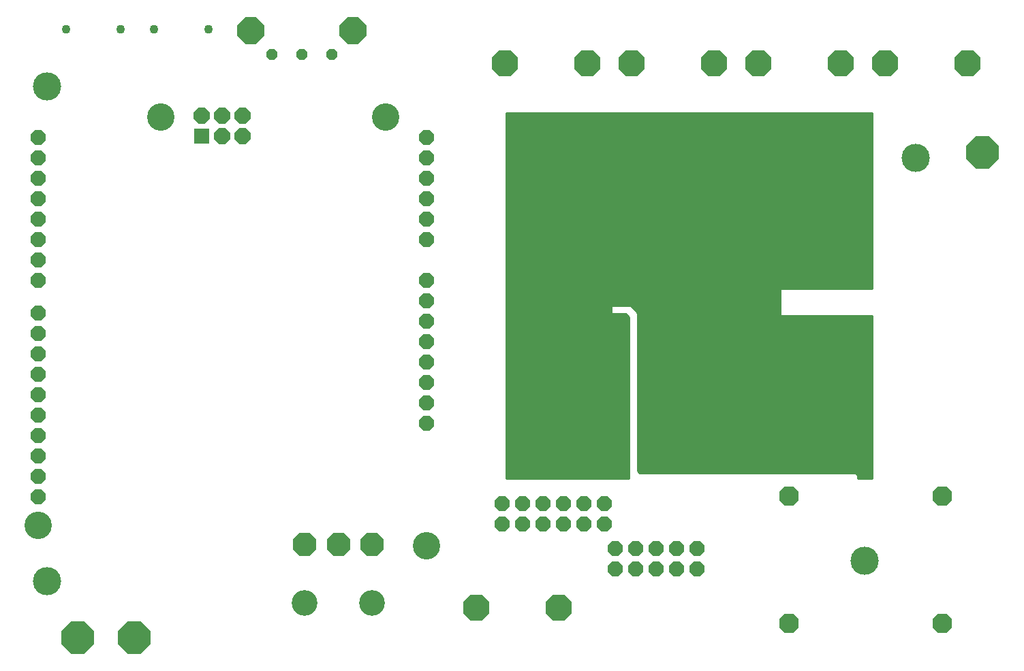
<source format=gbs>
G75*
G70*
%OFA0B0*%
%FSLAX24Y24*%
%IPPOS*%
%LPD*%
%AMOC8*
5,1,8,0,0,1.08239X$1,22.5*
%
%ADD10C,0.0100*%
%ADD11C,0.1380*%
%ADD12OC8,0.0740*%
%ADD13OC8,0.0780*%
%ADD14R,0.0780X0.0780*%
%ADD15C,0.1340*%
%ADD16C,0.0434*%
%ADD17OC8,0.1290*%
%ADD18C,0.1260*%
%ADD19OC8,0.1145*%
%ADD20OC8,0.0552*%
%ADD21OC8,0.1310*%
%ADD22OC8,0.0966*%
%ADD23OC8,0.1582*%
D10*
X030443Y009300D02*
X036443Y009300D01*
X036443Y017200D01*
X036293Y017350D01*
X035593Y017350D01*
X035593Y017750D01*
X036543Y017750D01*
X036893Y017400D01*
X036893Y009650D01*
X036993Y009550D01*
X047543Y009550D01*
X047643Y009450D01*
X047643Y009300D01*
X048343Y009300D01*
X048343Y017250D01*
X043843Y017250D01*
X043843Y018600D01*
X048343Y018600D01*
X048343Y027200D01*
X030443Y027200D01*
X030443Y009300D01*
X030443Y009365D02*
X036443Y009365D01*
X036443Y009464D02*
X030443Y009464D01*
X030443Y009562D02*
X036443Y009562D01*
X036443Y009661D02*
X030443Y009661D01*
X030443Y009759D02*
X036443Y009759D01*
X036443Y009858D02*
X030443Y009858D01*
X030443Y009956D02*
X036443Y009956D01*
X036443Y010055D02*
X030443Y010055D01*
X030443Y010153D02*
X036443Y010153D01*
X036443Y010252D02*
X030443Y010252D01*
X030443Y010350D02*
X036443Y010350D01*
X036443Y010449D02*
X030443Y010449D01*
X030443Y010547D02*
X036443Y010547D01*
X036443Y010646D02*
X030443Y010646D01*
X030443Y010744D02*
X036443Y010744D01*
X036443Y010843D02*
X030443Y010843D01*
X030443Y010941D02*
X036443Y010941D01*
X036443Y011040D02*
X030443Y011040D01*
X030443Y011138D02*
X036443Y011138D01*
X036443Y011237D02*
X030443Y011237D01*
X030443Y011335D02*
X036443Y011335D01*
X036443Y011434D02*
X030443Y011434D01*
X030443Y011532D02*
X036443Y011532D01*
X036443Y011631D02*
X030443Y011631D01*
X030443Y011729D02*
X036443Y011729D01*
X036443Y011828D02*
X030443Y011828D01*
X030443Y011926D02*
X036443Y011926D01*
X036443Y012025D02*
X030443Y012025D01*
X030443Y012123D02*
X036443Y012123D01*
X036443Y012222D02*
X030443Y012222D01*
X030443Y012320D02*
X036443Y012320D01*
X036443Y012419D02*
X030443Y012419D01*
X030443Y012517D02*
X036443Y012517D01*
X036443Y012616D02*
X030443Y012616D01*
X030443Y012714D02*
X036443Y012714D01*
X036443Y012813D02*
X030443Y012813D01*
X030443Y012911D02*
X036443Y012911D01*
X036443Y013010D02*
X030443Y013010D01*
X030443Y013108D02*
X036443Y013108D01*
X036443Y013207D02*
X030443Y013207D01*
X030443Y013305D02*
X036443Y013305D01*
X036443Y013404D02*
X030443Y013404D01*
X030443Y013502D02*
X036443Y013502D01*
X036443Y013601D02*
X030443Y013601D01*
X030443Y013699D02*
X036443Y013699D01*
X036443Y013798D02*
X030443Y013798D01*
X030443Y013896D02*
X036443Y013896D01*
X036443Y013995D02*
X030443Y013995D01*
X030443Y014093D02*
X036443Y014093D01*
X036443Y014192D02*
X030443Y014192D01*
X030443Y014290D02*
X036443Y014290D01*
X036443Y014389D02*
X030443Y014389D01*
X030443Y014487D02*
X036443Y014487D01*
X036443Y014586D02*
X030443Y014586D01*
X030443Y014684D02*
X036443Y014684D01*
X036443Y014783D02*
X030443Y014783D01*
X030443Y014881D02*
X036443Y014881D01*
X036443Y014980D02*
X030443Y014980D01*
X030443Y015078D02*
X036443Y015078D01*
X036443Y015177D02*
X030443Y015177D01*
X030443Y015275D02*
X036443Y015275D01*
X036443Y015374D02*
X030443Y015374D01*
X030443Y015472D02*
X036443Y015472D01*
X036443Y015571D02*
X030443Y015571D01*
X030443Y015669D02*
X036443Y015669D01*
X036443Y015768D02*
X030443Y015768D01*
X030443Y015866D02*
X036443Y015866D01*
X036443Y015965D02*
X030443Y015965D01*
X030443Y016063D02*
X036443Y016063D01*
X036443Y016162D02*
X030443Y016162D01*
X030443Y016260D02*
X036443Y016260D01*
X036443Y016359D02*
X030443Y016359D01*
X030443Y016457D02*
X036443Y016457D01*
X036443Y016556D02*
X030443Y016556D01*
X030443Y016654D02*
X036443Y016654D01*
X036443Y016753D02*
X030443Y016753D01*
X030443Y016851D02*
X036443Y016851D01*
X036443Y016950D02*
X030443Y016950D01*
X030443Y017048D02*
X036443Y017048D01*
X036443Y017147D02*
X030443Y017147D01*
X030443Y017245D02*
X036398Y017245D01*
X036300Y017344D02*
X030443Y017344D01*
X030443Y017442D02*
X035593Y017442D01*
X035593Y017541D02*
X030443Y017541D01*
X030443Y017639D02*
X035593Y017639D01*
X035593Y017738D02*
X030443Y017738D01*
X030443Y017836D02*
X043843Y017836D01*
X043843Y017738D02*
X036556Y017738D01*
X036654Y017639D02*
X043843Y017639D01*
X043843Y017541D02*
X036753Y017541D01*
X036851Y017442D02*
X043843Y017442D01*
X043843Y017344D02*
X036893Y017344D01*
X036893Y017245D02*
X048343Y017245D01*
X048343Y017147D02*
X036893Y017147D01*
X036893Y017048D02*
X048343Y017048D01*
X048343Y016950D02*
X036893Y016950D01*
X036893Y016851D02*
X048343Y016851D01*
X048343Y016753D02*
X036893Y016753D01*
X036893Y016654D02*
X048343Y016654D01*
X048343Y016556D02*
X036893Y016556D01*
X036893Y016457D02*
X048343Y016457D01*
X048343Y016359D02*
X036893Y016359D01*
X036893Y016260D02*
X048343Y016260D01*
X048343Y016162D02*
X036893Y016162D01*
X036893Y016063D02*
X048343Y016063D01*
X048343Y015965D02*
X036893Y015965D01*
X036893Y015866D02*
X048343Y015866D01*
X048343Y015768D02*
X036893Y015768D01*
X036893Y015669D02*
X048343Y015669D01*
X048343Y015571D02*
X036893Y015571D01*
X036893Y015472D02*
X048343Y015472D01*
X048343Y015374D02*
X036893Y015374D01*
X036893Y015275D02*
X048343Y015275D01*
X048343Y015177D02*
X036893Y015177D01*
X036893Y015078D02*
X048343Y015078D01*
X048343Y014980D02*
X036893Y014980D01*
X036893Y014881D02*
X048343Y014881D01*
X048343Y014783D02*
X036893Y014783D01*
X036893Y014684D02*
X048343Y014684D01*
X048343Y014586D02*
X036893Y014586D01*
X036893Y014487D02*
X048343Y014487D01*
X048343Y014389D02*
X036893Y014389D01*
X036893Y014290D02*
X048343Y014290D01*
X048343Y014192D02*
X036893Y014192D01*
X036893Y014093D02*
X048343Y014093D01*
X048343Y013995D02*
X036893Y013995D01*
X036893Y013896D02*
X048343Y013896D01*
X048343Y013798D02*
X036893Y013798D01*
X036893Y013699D02*
X048343Y013699D01*
X048343Y013601D02*
X036893Y013601D01*
X036893Y013502D02*
X048343Y013502D01*
X048343Y013404D02*
X036893Y013404D01*
X036893Y013305D02*
X048343Y013305D01*
X048343Y013207D02*
X036893Y013207D01*
X036893Y013108D02*
X048343Y013108D01*
X048343Y013010D02*
X036893Y013010D01*
X036893Y012911D02*
X048343Y012911D01*
X048343Y012813D02*
X036893Y012813D01*
X036893Y012714D02*
X048343Y012714D01*
X048343Y012616D02*
X036893Y012616D01*
X036893Y012517D02*
X048343Y012517D01*
X048343Y012419D02*
X036893Y012419D01*
X036893Y012320D02*
X048343Y012320D01*
X048343Y012222D02*
X036893Y012222D01*
X036893Y012123D02*
X048343Y012123D01*
X048343Y012025D02*
X036893Y012025D01*
X036893Y011926D02*
X048343Y011926D01*
X048343Y011828D02*
X036893Y011828D01*
X036893Y011729D02*
X048343Y011729D01*
X048343Y011631D02*
X036893Y011631D01*
X036893Y011532D02*
X048343Y011532D01*
X048343Y011434D02*
X036893Y011434D01*
X036893Y011335D02*
X048343Y011335D01*
X048343Y011237D02*
X036893Y011237D01*
X036893Y011138D02*
X048343Y011138D01*
X048343Y011040D02*
X036893Y011040D01*
X036893Y010941D02*
X048343Y010941D01*
X048343Y010843D02*
X036893Y010843D01*
X036893Y010744D02*
X048343Y010744D01*
X048343Y010646D02*
X036893Y010646D01*
X036893Y010547D02*
X048343Y010547D01*
X048343Y010449D02*
X036893Y010449D01*
X036893Y010350D02*
X048343Y010350D01*
X048343Y010252D02*
X036893Y010252D01*
X036893Y010153D02*
X048343Y010153D01*
X048343Y010055D02*
X036893Y010055D01*
X036893Y009956D02*
X048343Y009956D01*
X048343Y009858D02*
X036893Y009858D01*
X036893Y009759D02*
X048343Y009759D01*
X048343Y009661D02*
X036893Y009661D01*
X036981Y009562D02*
X048343Y009562D01*
X048343Y009464D02*
X047630Y009464D01*
X047643Y009365D02*
X048343Y009365D01*
X043843Y017935D02*
X030443Y017935D01*
X030443Y018033D02*
X043843Y018033D01*
X043843Y018132D02*
X030443Y018132D01*
X030443Y018230D02*
X043843Y018230D01*
X043843Y018329D02*
X030443Y018329D01*
X030443Y018427D02*
X043843Y018427D01*
X043843Y018526D02*
X030443Y018526D01*
X030443Y018624D02*
X048343Y018624D01*
X048343Y018723D02*
X030443Y018723D01*
X030443Y018821D02*
X048343Y018821D01*
X048343Y018920D02*
X030443Y018920D01*
X030443Y019018D02*
X048343Y019018D01*
X048343Y019117D02*
X030443Y019117D01*
X030443Y019215D02*
X048343Y019215D01*
X048343Y019314D02*
X030443Y019314D01*
X030443Y019412D02*
X048343Y019412D01*
X048343Y019511D02*
X030443Y019511D01*
X030443Y019609D02*
X048343Y019609D01*
X048343Y019708D02*
X030443Y019708D01*
X030443Y019806D02*
X048343Y019806D01*
X048343Y019905D02*
X030443Y019905D01*
X030443Y020003D02*
X048343Y020003D01*
X048343Y020102D02*
X030443Y020102D01*
X030443Y020200D02*
X048343Y020200D01*
X048343Y020299D02*
X030443Y020299D01*
X030443Y020397D02*
X048343Y020397D01*
X048343Y020496D02*
X030443Y020496D01*
X030443Y020594D02*
X048343Y020594D01*
X048343Y020693D02*
X030443Y020693D01*
X030443Y020791D02*
X048343Y020791D01*
X048343Y020890D02*
X030443Y020890D01*
X030443Y020988D02*
X048343Y020988D01*
X048343Y021087D02*
X030443Y021087D01*
X030443Y021185D02*
X048343Y021185D01*
X048343Y021284D02*
X030443Y021284D01*
X030443Y021382D02*
X048343Y021382D01*
X048343Y021481D02*
X030443Y021481D01*
X030443Y021579D02*
X048343Y021579D01*
X048343Y021678D02*
X030443Y021678D01*
X030443Y021776D02*
X048343Y021776D01*
X048343Y021875D02*
X030443Y021875D01*
X030443Y021973D02*
X048343Y021973D01*
X048343Y022072D02*
X030443Y022072D01*
X030443Y022170D02*
X048343Y022170D01*
X048343Y022269D02*
X030443Y022269D01*
X030443Y022367D02*
X048343Y022367D01*
X048343Y022466D02*
X030443Y022466D01*
X030443Y022564D02*
X048343Y022564D01*
X048343Y022663D02*
X030443Y022663D01*
X030443Y022761D02*
X048343Y022761D01*
X048343Y022860D02*
X030443Y022860D01*
X030443Y022958D02*
X048343Y022958D01*
X048343Y023057D02*
X030443Y023057D01*
X030443Y023155D02*
X048343Y023155D01*
X048343Y023254D02*
X030443Y023254D01*
X030443Y023352D02*
X048343Y023352D01*
X048343Y023451D02*
X030443Y023451D01*
X030443Y023549D02*
X048343Y023549D01*
X048343Y023648D02*
X030443Y023648D01*
X030443Y023746D02*
X048343Y023746D01*
X048343Y023845D02*
X030443Y023845D01*
X030443Y023943D02*
X048343Y023943D01*
X048343Y024042D02*
X030443Y024042D01*
X030443Y024140D02*
X048343Y024140D01*
X048343Y024239D02*
X030443Y024239D01*
X030443Y024337D02*
X048343Y024337D01*
X048343Y024436D02*
X030443Y024436D01*
X030443Y024534D02*
X048343Y024534D01*
X048343Y024633D02*
X030443Y024633D01*
X030443Y024731D02*
X048343Y024731D01*
X048343Y024830D02*
X030443Y024830D01*
X030443Y024928D02*
X048343Y024928D01*
X048343Y025027D02*
X030443Y025027D01*
X030443Y025125D02*
X048343Y025125D01*
X048343Y025224D02*
X030443Y025224D01*
X030443Y025322D02*
X048343Y025322D01*
X048343Y025421D02*
X030443Y025421D01*
X030443Y025519D02*
X048343Y025519D01*
X048343Y025618D02*
X030443Y025618D01*
X030443Y025716D02*
X048343Y025716D01*
X048343Y025815D02*
X030443Y025815D01*
X030443Y025913D02*
X048343Y025913D01*
X048343Y026012D02*
X030443Y026012D01*
X030443Y026110D02*
X048343Y026110D01*
X048343Y026209D02*
X030443Y026209D01*
X030443Y026307D02*
X048343Y026307D01*
X048343Y026406D02*
X030443Y026406D01*
X030443Y026504D02*
X048343Y026504D01*
X048343Y026603D02*
X030443Y026603D01*
X030443Y026701D02*
X048343Y026701D01*
X048343Y026800D02*
X030443Y026800D01*
X030443Y026898D02*
X048343Y026898D01*
X048343Y026997D02*
X030443Y026997D01*
X030443Y027095D02*
X048343Y027095D01*
X048343Y027194D02*
X030443Y027194D01*
D11*
X007993Y004250D03*
X007993Y028500D03*
X047993Y005250D03*
X050493Y025000D03*
D12*
X026541Y025000D03*
X026541Y026000D03*
X026541Y024000D03*
X026541Y023000D03*
X026541Y022000D03*
X026541Y021000D03*
X026541Y019000D03*
X026541Y018000D03*
X026541Y017000D03*
X026541Y016000D03*
X026541Y015000D03*
X026541Y014000D03*
X026541Y013000D03*
X026541Y012000D03*
X030243Y008050D03*
X031243Y008050D03*
X032243Y008050D03*
X033243Y008050D03*
X034243Y008050D03*
X035243Y008050D03*
X035243Y007050D03*
X034243Y007050D03*
X033243Y007050D03*
X032243Y007050D03*
X031243Y007050D03*
X030243Y007050D03*
X035793Y005850D03*
X035793Y004850D03*
X036793Y004850D03*
X037793Y004850D03*
X037793Y005850D03*
X036793Y005850D03*
X038793Y005850D03*
X038793Y004850D03*
X039793Y004850D03*
X039793Y005850D03*
X007541Y008400D03*
X007541Y009400D03*
X007541Y010400D03*
X007541Y011400D03*
X007541Y012400D03*
X007541Y013400D03*
X007541Y014400D03*
X007541Y015400D03*
X007541Y016400D03*
X007541Y017400D03*
X007541Y019000D03*
X007541Y020000D03*
X007541Y021000D03*
X007541Y022000D03*
X007541Y023000D03*
X007541Y024000D03*
X007541Y025000D03*
X007541Y026000D03*
D13*
X015541Y027050D03*
X016541Y027050D03*
X017541Y027050D03*
X017541Y026050D03*
X016541Y026050D03*
D14*
X015541Y026050D03*
D15*
X013541Y027000D03*
X024541Y027000D03*
X007541Y007000D03*
X026541Y006000D03*
D16*
X015882Y031300D03*
X013205Y031300D03*
X011585Y031300D03*
X008907Y031300D03*
D17*
X030381Y029640D03*
X034406Y029640D03*
X036581Y029640D03*
X040606Y029640D03*
X042781Y029640D03*
X046806Y029640D03*
X048981Y029640D03*
X053006Y029640D03*
X033006Y002960D03*
X028981Y002960D03*
D18*
X023893Y003200D03*
X020593Y003200D03*
D19*
X020593Y006070D03*
X022243Y006070D03*
X023893Y006070D03*
D20*
X021923Y030050D03*
X020443Y030050D03*
X018963Y030050D03*
D21*
X017928Y031230D03*
X022958Y031230D03*
D22*
X044293Y008420D03*
X051793Y008420D03*
X051793Y002200D03*
X044293Y002200D03*
D23*
X012243Y001500D03*
X009493Y001500D03*
X053743Y025250D03*
M02*

</source>
